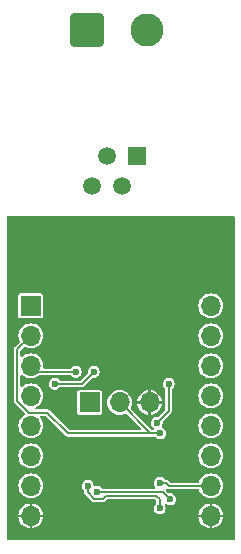
<source format=gbl>
G04 #@! TF.GenerationSoftware,KiCad,Pcbnew,8.0.8*
G04 #@! TF.CreationDate,2025-05-02T07:15:14-04:00*
G04 #@! TF.ProjectId,DevBoard1,44657642-6f61-4726-9431-2e6b69636164,rev?*
G04 #@! TF.SameCoordinates,Original*
G04 #@! TF.FileFunction,Copper,L2,Bot*
G04 #@! TF.FilePolarity,Positive*
%FSLAX46Y46*%
G04 Gerber Fmt 4.6, Leading zero omitted, Abs format (unit mm)*
G04 Created by KiCad (PCBNEW 8.0.8) date 2025-05-02 07:15:14*
%MOMM*%
%LPD*%
G01*
G04 APERTURE LIST*
G04 Aperture macros list*
%AMRoundRect*
0 Rectangle with rounded corners*
0 $1 Rounding radius*
0 $2 $3 $4 $5 $6 $7 $8 $9 X,Y pos of 4 corners*
0 Add a 4 corners polygon primitive as box body*
4,1,4,$2,$3,$4,$5,$6,$7,$8,$9,$2,$3,0*
0 Add four circle primitives for the rounded corners*
1,1,$1+$1,$2,$3*
1,1,$1+$1,$4,$5*
1,1,$1+$1,$6,$7*
1,1,$1+$1,$8,$9*
0 Add four rect primitives between the rounded corners*
20,1,$1+$1,$2,$3,$4,$5,0*
20,1,$1+$1,$4,$5,$6,$7,0*
20,1,$1+$1,$6,$7,$8,$9,0*
20,1,$1+$1,$8,$9,$2,$3,0*%
G04 Aperture macros list end*
G04 #@! TA.AperFunction,ComponentPad*
%ADD10R,1.500000X1.500000*%
G04 #@! TD*
G04 #@! TA.AperFunction,ComponentPad*
%ADD11C,1.500000*%
G04 #@! TD*
G04 #@! TA.AperFunction,ComponentPad*
%ADD12RoundRect,0.250001X-1.149999X-1.149999X1.149999X-1.149999X1.149999X1.149999X-1.149999X1.149999X0*%
G04 #@! TD*
G04 #@! TA.AperFunction,ComponentPad*
%ADD13C,2.800000*%
G04 #@! TD*
G04 #@! TA.AperFunction,ComponentPad*
%ADD14R,1.700000X1.700000*%
G04 #@! TD*
G04 #@! TA.AperFunction,ComponentPad*
%ADD15O,1.700000X1.700000*%
G04 #@! TD*
G04 #@! TA.AperFunction,ViaPad*
%ADD16C,0.600000*%
G04 #@! TD*
G04 #@! TA.AperFunction,Conductor*
%ADD17C,0.150000*%
G04 #@! TD*
G04 APERTURE END LIST*
D10*
X97922000Y-58420000D03*
D11*
X96652000Y-60960000D03*
X95382000Y-58420000D03*
X94112000Y-60960000D03*
D12*
X93704400Y-47752000D03*
D13*
X98704400Y-47752000D03*
D14*
X93878400Y-79298800D03*
D15*
X96418400Y-79298800D03*
X98958400Y-79298800D03*
D14*
X88900000Y-71120000D03*
D15*
X88900000Y-73660000D03*
X88900000Y-76200000D03*
X88900000Y-78740000D03*
X88900000Y-81280000D03*
X88900000Y-83820000D03*
X88900000Y-86360000D03*
X88900000Y-88900000D03*
X104140000Y-88900000D03*
X104140000Y-86360000D03*
X104140000Y-83820000D03*
X104140000Y-81280000D03*
X104140000Y-78740000D03*
X104140000Y-76200000D03*
X104140000Y-73660000D03*
X104140000Y-71120000D03*
D16*
X100584000Y-89154000D03*
X100076000Y-68580000D03*
X94996000Y-81026000D03*
X92710000Y-89154000D03*
X92026000Y-67183000D03*
X97249800Y-84709000D03*
X99882000Y-81915000D03*
X99822000Y-86106000D03*
X90932000Y-77724000D03*
X94234000Y-76708000D03*
X92710000Y-76708000D03*
X94488000Y-86868000D03*
X100711000Y-87503000D03*
X99822000Y-88265000D03*
X93726000Y-86360000D03*
X100584000Y-77724000D03*
X99568000Y-81026000D03*
D17*
X90315000Y-80155000D02*
X88724009Y-80155000D01*
X88724009Y-80155000D02*
X87757000Y-79187991D01*
X96418400Y-79298800D02*
X99034600Y-81915000D01*
X99034600Y-81915000D02*
X99882000Y-81915000D01*
X92075000Y-81915000D02*
X90315000Y-80155000D01*
X87757000Y-79187991D02*
X87757000Y-74803000D01*
X87757000Y-74803000D02*
X88900000Y-73660000D01*
X99882000Y-81915000D02*
X92075000Y-81915000D01*
X100330000Y-86106000D02*
X100584000Y-86360000D01*
X100584000Y-86360000D02*
X104140000Y-86360000D01*
X99822000Y-86106000D02*
X100330000Y-86106000D01*
X93218000Y-77724000D02*
X90932000Y-77724000D01*
X94234000Y-76708000D02*
X93218000Y-77724000D01*
X92710000Y-76708000D02*
X89408000Y-76708000D01*
X89408000Y-76708000D02*
X88900000Y-76200000D01*
X100076000Y-86868000D02*
X94488000Y-86868000D01*
X100711000Y-87503000D02*
X100076000Y-86868000D01*
X99822000Y-88265000D02*
X99822000Y-87503000D01*
X94249827Y-87443000D02*
X93726000Y-86919173D01*
X93726000Y-86919173D02*
X93726000Y-86360000D01*
X99537000Y-87218000D02*
X99314000Y-87218000D01*
X95025000Y-87443000D02*
X94249827Y-87443000D01*
X99314000Y-87218000D02*
X95250000Y-87218000D01*
X99822000Y-87503000D02*
X99537000Y-87218000D01*
X95250000Y-87218000D02*
X95025000Y-87443000D01*
X99568000Y-81026000D02*
X100584000Y-80010000D01*
X100584000Y-80010000D02*
X100584000Y-77724000D01*
G04 #@! TA.AperFunction,Conductor*
G36*
X106138691Y-63518907D02*
G01*
X106174655Y-63568407D01*
X106179500Y-63599000D01*
X106179500Y-90840500D01*
X106160593Y-90898691D01*
X106111093Y-90934655D01*
X106080500Y-90939500D01*
X86959500Y-90939500D01*
X86901309Y-90920593D01*
X86865345Y-90871093D01*
X86860500Y-90840500D01*
X86860500Y-88799999D01*
X87854767Y-88799999D01*
X87854768Y-88800000D01*
X88409157Y-88800000D01*
X88400000Y-88834174D01*
X88400000Y-88965826D01*
X88409157Y-89000000D01*
X87854767Y-89000000D01*
X87865190Y-89105831D01*
X87865191Y-89105836D01*
X87925232Y-89303762D01*
X87925234Y-89303767D01*
X88022724Y-89486160D01*
X88022731Y-89486170D01*
X88153940Y-89646050D01*
X88153949Y-89646059D01*
X88313829Y-89777268D01*
X88313839Y-89777275D01*
X88496232Y-89874765D01*
X88496237Y-89874767D01*
X88694166Y-89934808D01*
X88799998Y-89945231D01*
X88800000Y-89945230D01*
X88800000Y-89390842D01*
X88834174Y-89400000D01*
X88965826Y-89400000D01*
X89000000Y-89390842D01*
X89000000Y-89945230D01*
X89000001Y-89945231D01*
X89105833Y-89934808D01*
X89303762Y-89874767D01*
X89303767Y-89874765D01*
X89486160Y-89777275D01*
X89486170Y-89777268D01*
X89646050Y-89646059D01*
X89646059Y-89646050D01*
X89777268Y-89486170D01*
X89777275Y-89486160D01*
X89874765Y-89303767D01*
X89874767Y-89303762D01*
X89934808Y-89105836D01*
X89934809Y-89105831D01*
X89945232Y-89000000D01*
X89390843Y-89000000D01*
X89400000Y-88965826D01*
X89400000Y-88834174D01*
X89390843Y-88800000D01*
X89945232Y-88800000D01*
X89945232Y-88799999D01*
X103094767Y-88799999D01*
X103094768Y-88800000D01*
X103649157Y-88800000D01*
X103640000Y-88834174D01*
X103640000Y-88965826D01*
X103649157Y-89000000D01*
X103094767Y-89000000D01*
X103105190Y-89105831D01*
X103105191Y-89105836D01*
X103165232Y-89303762D01*
X103165234Y-89303767D01*
X103262724Y-89486160D01*
X103262731Y-89486170D01*
X103393940Y-89646050D01*
X103393949Y-89646059D01*
X103553829Y-89777268D01*
X103553839Y-89777275D01*
X103736232Y-89874765D01*
X103736237Y-89874767D01*
X103934166Y-89934808D01*
X104039998Y-89945231D01*
X104040000Y-89945230D01*
X104040000Y-89390842D01*
X104074174Y-89400000D01*
X104205826Y-89400000D01*
X104240000Y-89390842D01*
X104240000Y-89945230D01*
X104240001Y-89945231D01*
X104345833Y-89934808D01*
X104543762Y-89874767D01*
X104543767Y-89874765D01*
X104726160Y-89777275D01*
X104726170Y-89777268D01*
X104886050Y-89646059D01*
X104886059Y-89646050D01*
X105017268Y-89486170D01*
X105017275Y-89486160D01*
X105114765Y-89303767D01*
X105114767Y-89303762D01*
X105174808Y-89105836D01*
X105174809Y-89105831D01*
X105185232Y-89000000D01*
X104630843Y-89000000D01*
X104640000Y-88965826D01*
X104640000Y-88834174D01*
X104630843Y-88800000D01*
X105185232Y-88800000D01*
X105185232Y-88799999D01*
X105174809Y-88694168D01*
X105174808Y-88694163D01*
X105114767Y-88496237D01*
X105114765Y-88496232D01*
X105017275Y-88313839D01*
X105017268Y-88313829D01*
X104886059Y-88153949D01*
X104886050Y-88153940D01*
X104726170Y-88022731D01*
X104726160Y-88022724D01*
X104543767Y-87925234D01*
X104543762Y-87925232D01*
X104345836Y-87865191D01*
X104345831Y-87865190D01*
X104240000Y-87854767D01*
X104240000Y-88409157D01*
X104205826Y-88400000D01*
X104074174Y-88400000D01*
X104040000Y-88409157D01*
X104040000Y-87854767D01*
X104039999Y-87854767D01*
X103934168Y-87865190D01*
X103934163Y-87865191D01*
X103736237Y-87925232D01*
X103736232Y-87925234D01*
X103553839Y-88022724D01*
X103553829Y-88022731D01*
X103393949Y-88153940D01*
X103393940Y-88153949D01*
X103262731Y-88313829D01*
X103262724Y-88313839D01*
X103165234Y-88496232D01*
X103165232Y-88496237D01*
X103105191Y-88694163D01*
X103105190Y-88694168D01*
X103094767Y-88799999D01*
X89945232Y-88799999D01*
X89934809Y-88694168D01*
X89934808Y-88694163D01*
X89874767Y-88496237D01*
X89874765Y-88496232D01*
X89777275Y-88313839D01*
X89777268Y-88313829D01*
X89646059Y-88153949D01*
X89646050Y-88153940D01*
X89486170Y-88022731D01*
X89486160Y-88022724D01*
X89303767Y-87925234D01*
X89303762Y-87925232D01*
X89105836Y-87865191D01*
X89105831Y-87865190D01*
X89000000Y-87854767D01*
X89000000Y-88409157D01*
X88965826Y-88400000D01*
X88834174Y-88400000D01*
X88800000Y-88409157D01*
X88800000Y-87854767D01*
X88799999Y-87854767D01*
X88694168Y-87865190D01*
X88694163Y-87865191D01*
X88496237Y-87925232D01*
X88496232Y-87925234D01*
X88313839Y-88022724D01*
X88313829Y-88022731D01*
X88153949Y-88153940D01*
X88153940Y-88153949D01*
X88022731Y-88313829D01*
X88022724Y-88313839D01*
X87925234Y-88496232D01*
X87925232Y-88496237D01*
X87865191Y-88694163D01*
X87865190Y-88694168D01*
X87854767Y-88799999D01*
X86860500Y-88799999D01*
X86860500Y-86359996D01*
X87844417Y-86359996D01*
X87844417Y-86360003D01*
X87864698Y-86565929D01*
X87864699Y-86565934D01*
X87924768Y-86763954D01*
X88022316Y-86946452D01*
X88128002Y-87075231D01*
X88153590Y-87106410D01*
X88153595Y-87106414D01*
X88313547Y-87237683D01*
X88313548Y-87237683D01*
X88313550Y-87237685D01*
X88496046Y-87335232D01*
X88633997Y-87377078D01*
X88694065Y-87395300D01*
X88694070Y-87395301D01*
X88899997Y-87415583D01*
X88900000Y-87415583D01*
X88900003Y-87415583D01*
X89105929Y-87395301D01*
X89105934Y-87395300D01*
X89303954Y-87335232D01*
X89486450Y-87237685D01*
X89646410Y-87106410D01*
X89777685Y-86946450D01*
X89875232Y-86763954D01*
X89935300Y-86565934D01*
X89935301Y-86565929D01*
X89955583Y-86360003D01*
X89955583Y-86359997D01*
X93220353Y-86359997D01*
X93220353Y-86360002D01*
X93240834Y-86502456D01*
X93260092Y-86544624D01*
X93300623Y-86633373D01*
X93394872Y-86742143D01*
X93402963Y-86747343D01*
X93405022Y-86748666D01*
X93443754Y-86796032D01*
X93450500Y-86831951D01*
X93450500Y-86973973D01*
X93492443Y-87075231D01*
X94093768Y-87676557D01*
X94123422Y-87688839D01*
X94123424Y-87688841D01*
X94123425Y-87688841D01*
X94159226Y-87703670D01*
X94195027Y-87718500D01*
X94195028Y-87718500D01*
X95079799Y-87718500D01*
X95079800Y-87718500D01*
X95181058Y-87676557D01*
X95258557Y-87599058D01*
X95258556Y-87599058D01*
X95335121Y-87522493D01*
X95389638Y-87494718D01*
X95405122Y-87493500D01*
X99259200Y-87493500D01*
X99381877Y-87493500D01*
X99440068Y-87512407D01*
X99451881Y-87522496D01*
X99517504Y-87588119D01*
X99545281Y-87642636D01*
X99546500Y-87658123D01*
X99546500Y-87793049D01*
X99527593Y-87851240D01*
X99501024Y-87876333D01*
X99490872Y-87882857D01*
X99396622Y-87991628D01*
X99336834Y-88122543D01*
X99316353Y-88264997D01*
X99316353Y-88265002D01*
X99336834Y-88407456D01*
X99377380Y-88496237D01*
X99396623Y-88538373D01*
X99490872Y-88647143D01*
X99490873Y-88647144D01*
X99564044Y-88694168D01*
X99611947Y-88724953D01*
X99718403Y-88756211D01*
X99750035Y-88765499D01*
X99750036Y-88765499D01*
X99750039Y-88765500D01*
X99750041Y-88765500D01*
X99893959Y-88765500D01*
X99893961Y-88765500D01*
X100032053Y-88724953D01*
X100153128Y-88647143D01*
X100247377Y-88538373D01*
X100307165Y-88407457D01*
X100327647Y-88265000D01*
X100307165Y-88122543D01*
X100263567Y-88027079D01*
X100256593Y-87966295D01*
X100286679Y-87913017D01*
X100342335Y-87887599D01*
X100402302Y-87899750D01*
X100407144Y-87902670D01*
X100500942Y-87962950D01*
X100500947Y-87962953D01*
X100598603Y-87991627D01*
X100639035Y-88003499D01*
X100639036Y-88003499D01*
X100639039Y-88003500D01*
X100639041Y-88003500D01*
X100782959Y-88003500D01*
X100782961Y-88003500D01*
X100921053Y-87962953D01*
X101042128Y-87885143D01*
X101136377Y-87776373D01*
X101196165Y-87645457D01*
X101213844Y-87522494D01*
X101216647Y-87503002D01*
X101216647Y-87502997D01*
X101196165Y-87360543D01*
X101184605Y-87335231D01*
X101136377Y-87229627D01*
X101042128Y-87120857D01*
X101042127Y-87120856D01*
X101042126Y-87120855D01*
X100921057Y-87043049D01*
X100921054Y-87043047D01*
X100921053Y-87043047D01*
X100921050Y-87043046D01*
X100782964Y-87002500D01*
X100782961Y-87002500D01*
X100641123Y-87002500D01*
X100582932Y-86983593D01*
X100571120Y-86973504D01*
X100530375Y-86932759D01*
X100375682Y-86778067D01*
X100347905Y-86723551D01*
X100357476Y-86663119D01*
X100400741Y-86619854D01*
X100461173Y-86610283D01*
X100483572Y-86616600D01*
X100491428Y-86619854D01*
X100529200Y-86635500D01*
X103052379Y-86635500D01*
X103110570Y-86654407D01*
X103146534Y-86703907D01*
X103147106Y-86705732D01*
X103164768Y-86763954D01*
X103262316Y-86946452D01*
X103368002Y-87075231D01*
X103393590Y-87106410D01*
X103393595Y-87106414D01*
X103553547Y-87237683D01*
X103553548Y-87237683D01*
X103553550Y-87237685D01*
X103736046Y-87335232D01*
X103873997Y-87377078D01*
X103934065Y-87395300D01*
X103934070Y-87395301D01*
X104139997Y-87415583D01*
X104140000Y-87415583D01*
X104140003Y-87415583D01*
X104345929Y-87395301D01*
X104345934Y-87395300D01*
X104543954Y-87335232D01*
X104726450Y-87237685D01*
X104886410Y-87106410D01*
X105017685Y-86946450D01*
X105115232Y-86763954D01*
X105175300Y-86565934D01*
X105175301Y-86565929D01*
X105195583Y-86360003D01*
X105195583Y-86359996D01*
X105175301Y-86154070D01*
X105175300Y-86154065D01*
X105121848Y-85977857D01*
X105115232Y-85956046D01*
X105017685Y-85773550D01*
X104976903Y-85723857D01*
X104886414Y-85613595D01*
X104886410Y-85613590D01*
X104876552Y-85605500D01*
X104726452Y-85482316D01*
X104543954Y-85384768D01*
X104345934Y-85324699D01*
X104345929Y-85324698D01*
X104140003Y-85304417D01*
X104139997Y-85304417D01*
X103934070Y-85324698D01*
X103934065Y-85324699D01*
X103736045Y-85384768D01*
X103553547Y-85482316D01*
X103393595Y-85613585D01*
X103393585Y-85613595D01*
X103262316Y-85773547D01*
X103164768Y-85956045D01*
X103147116Y-86014238D01*
X103112131Y-86064435D01*
X103054323Y-86084481D01*
X103052379Y-86084500D01*
X100739123Y-86084500D01*
X100680932Y-86065593D01*
X100669120Y-86055504D01*
X100486057Y-85872441D01*
X100454812Y-85859500D01*
X100454811Y-85859500D01*
X100384800Y-85830500D01*
X100384799Y-85830500D01*
X100290746Y-85830500D01*
X100232555Y-85811593D01*
X100215928Y-85796333D01*
X100153128Y-85723857D01*
X100153127Y-85723856D01*
X100153126Y-85723855D01*
X100032057Y-85646049D01*
X100032054Y-85646047D01*
X100032053Y-85646047D01*
X100032050Y-85646046D01*
X99893964Y-85605500D01*
X99893961Y-85605500D01*
X99750039Y-85605500D01*
X99750035Y-85605500D01*
X99611949Y-85646046D01*
X99611942Y-85646049D01*
X99490873Y-85723855D01*
X99396622Y-85832628D01*
X99336834Y-85963543D01*
X99316353Y-86105997D01*
X99316353Y-86106002D01*
X99336834Y-86248456D01*
X99387776Y-86360002D01*
X99396623Y-86379373D01*
X99421468Y-86408046D01*
X99439338Y-86428669D01*
X99463155Y-86485029D01*
X99449296Y-86544624D01*
X99403055Y-86584692D01*
X99364518Y-86592500D01*
X94956746Y-86592500D01*
X94898555Y-86573593D01*
X94881928Y-86558333D01*
X94819128Y-86485857D01*
X94819127Y-86485856D01*
X94819126Y-86485855D01*
X94698057Y-86408049D01*
X94698054Y-86408047D01*
X94698053Y-86408047D01*
X94698050Y-86408046D01*
X94559964Y-86367500D01*
X94559961Y-86367500D01*
X94416039Y-86367500D01*
X94416037Y-86367500D01*
X94416033Y-86367501D01*
X94349773Y-86386956D01*
X94288613Y-86385208D01*
X94240161Y-86347845D01*
X94223891Y-86306054D01*
X94211165Y-86217544D01*
X94182178Y-86154070D01*
X94151377Y-86086627D01*
X94057128Y-85977857D01*
X94057127Y-85977856D01*
X94057126Y-85977855D01*
X93936057Y-85900049D01*
X93936054Y-85900047D01*
X93936053Y-85900047D01*
X93936050Y-85900046D01*
X93797964Y-85859500D01*
X93797961Y-85859500D01*
X93654039Y-85859500D01*
X93654035Y-85859500D01*
X93515949Y-85900046D01*
X93515942Y-85900049D01*
X93394873Y-85977855D01*
X93300622Y-86086628D01*
X93240834Y-86217543D01*
X93220353Y-86359997D01*
X89955583Y-86359997D01*
X89955583Y-86359996D01*
X89935301Y-86154070D01*
X89935300Y-86154065D01*
X89881848Y-85977857D01*
X89875232Y-85956046D01*
X89777685Y-85773550D01*
X89736903Y-85723857D01*
X89646414Y-85613595D01*
X89646410Y-85613590D01*
X89636552Y-85605500D01*
X89486452Y-85482316D01*
X89303954Y-85384768D01*
X89105934Y-85324699D01*
X89105929Y-85324698D01*
X88900003Y-85304417D01*
X88899997Y-85304417D01*
X88694070Y-85324698D01*
X88694065Y-85324699D01*
X88496045Y-85384768D01*
X88313547Y-85482316D01*
X88153595Y-85613585D01*
X88153585Y-85613595D01*
X88022316Y-85773547D01*
X87924768Y-85956045D01*
X87864699Y-86154065D01*
X87864698Y-86154070D01*
X87844417Y-86359996D01*
X86860500Y-86359996D01*
X86860500Y-83819996D01*
X87844417Y-83819996D01*
X87844417Y-83820003D01*
X87864698Y-84025929D01*
X87864699Y-84025934D01*
X87924768Y-84223954D01*
X88022316Y-84406452D01*
X88153585Y-84566404D01*
X88153590Y-84566410D01*
X88153595Y-84566414D01*
X88313547Y-84697683D01*
X88313548Y-84697683D01*
X88313550Y-84697685D01*
X88496046Y-84795232D01*
X88633997Y-84837078D01*
X88694065Y-84855300D01*
X88694070Y-84855301D01*
X88899997Y-84875583D01*
X88900000Y-84875583D01*
X88900003Y-84875583D01*
X89105929Y-84855301D01*
X89105934Y-84855300D01*
X89303954Y-84795232D01*
X89486450Y-84697685D01*
X89646410Y-84566410D01*
X89777685Y-84406450D01*
X89875232Y-84223954D01*
X89935300Y-84025934D01*
X89935301Y-84025929D01*
X89955583Y-83820003D01*
X89955583Y-83819996D01*
X103084417Y-83819996D01*
X103084417Y-83820003D01*
X103104698Y-84025929D01*
X103104699Y-84025934D01*
X103164768Y-84223954D01*
X103262316Y-84406452D01*
X103393585Y-84566404D01*
X103393590Y-84566410D01*
X103393595Y-84566414D01*
X103553547Y-84697683D01*
X103553548Y-84697683D01*
X103553550Y-84697685D01*
X103736046Y-84795232D01*
X103873997Y-84837078D01*
X103934065Y-84855300D01*
X103934070Y-84855301D01*
X104139997Y-84875583D01*
X104140000Y-84875583D01*
X104140003Y-84875583D01*
X104345929Y-84855301D01*
X104345934Y-84855300D01*
X104543954Y-84795232D01*
X104726450Y-84697685D01*
X104886410Y-84566410D01*
X105017685Y-84406450D01*
X105115232Y-84223954D01*
X105175300Y-84025934D01*
X105175301Y-84025929D01*
X105195583Y-83820003D01*
X105195583Y-83819996D01*
X105175301Y-83614070D01*
X105175300Y-83614065D01*
X105157078Y-83553997D01*
X105115232Y-83416046D01*
X105017685Y-83233550D01*
X104886410Y-83073590D01*
X104886404Y-83073585D01*
X104726452Y-82942316D01*
X104543954Y-82844768D01*
X104345934Y-82784699D01*
X104345929Y-82784698D01*
X104140003Y-82764417D01*
X104139997Y-82764417D01*
X103934070Y-82784698D01*
X103934065Y-82784699D01*
X103736045Y-82844768D01*
X103553547Y-82942316D01*
X103393595Y-83073585D01*
X103393585Y-83073595D01*
X103262316Y-83233547D01*
X103164768Y-83416045D01*
X103104699Y-83614065D01*
X103104698Y-83614070D01*
X103084417Y-83819996D01*
X89955583Y-83819996D01*
X89935301Y-83614070D01*
X89935300Y-83614065D01*
X89917078Y-83553997D01*
X89875232Y-83416046D01*
X89777685Y-83233550D01*
X89646410Y-83073590D01*
X89646404Y-83073585D01*
X89486452Y-82942316D01*
X89303954Y-82844768D01*
X89105934Y-82784699D01*
X89105929Y-82784698D01*
X88900003Y-82764417D01*
X88899997Y-82764417D01*
X88694070Y-82784698D01*
X88694065Y-82784699D01*
X88496045Y-82844768D01*
X88313547Y-82942316D01*
X88153595Y-83073585D01*
X88153585Y-83073595D01*
X88022316Y-83233547D01*
X87924768Y-83416045D01*
X87864699Y-83614065D01*
X87864698Y-83614070D01*
X87844417Y-83819996D01*
X86860500Y-83819996D01*
X86860500Y-74748200D01*
X87481500Y-74748200D01*
X87481500Y-79242790D01*
X87504700Y-79298800D01*
X87504699Y-79298800D01*
X87523441Y-79344045D01*
X87523443Y-79344049D01*
X88393912Y-80214519D01*
X88421689Y-80269035D01*
X88412118Y-80329467D01*
X88370578Y-80371831D01*
X88313553Y-80402313D01*
X88313552Y-80402313D01*
X88153595Y-80533585D01*
X88153585Y-80533595D01*
X88022316Y-80693547D01*
X87924768Y-80876045D01*
X87864699Y-81074065D01*
X87864698Y-81074070D01*
X87844417Y-81279996D01*
X87844417Y-81280003D01*
X87864698Y-81485929D01*
X87864699Y-81485934D01*
X87924768Y-81683954D01*
X88022316Y-81866452D01*
X88062160Y-81915002D01*
X88153590Y-82026410D01*
X88153595Y-82026414D01*
X88313547Y-82157683D01*
X88313548Y-82157683D01*
X88313550Y-82157685D01*
X88496046Y-82255232D01*
X88633997Y-82297078D01*
X88694065Y-82315300D01*
X88694070Y-82315301D01*
X88899997Y-82335583D01*
X88900000Y-82335583D01*
X88900003Y-82335583D01*
X89105929Y-82315301D01*
X89105934Y-82315300D01*
X89303954Y-82255232D01*
X89486450Y-82157685D01*
X89646410Y-82026410D01*
X89777685Y-81866450D01*
X89875232Y-81683954D01*
X89935300Y-81485934D01*
X89935301Y-81485929D01*
X89955583Y-81280003D01*
X89955583Y-81279996D01*
X89935301Y-81074070D01*
X89935300Y-81074065D01*
X89886538Y-80913318D01*
X89875232Y-80876046D01*
X89777685Y-80693550D01*
X89736903Y-80643857D01*
X89694596Y-80592305D01*
X89672296Y-80535328D01*
X89687745Y-80476125D01*
X89735042Y-80437310D01*
X89771124Y-80430500D01*
X90159877Y-80430500D01*
X90218068Y-80449407D01*
X90229881Y-80459496D01*
X91841443Y-82071058D01*
X91841442Y-82071058D01*
X91918938Y-82148553D01*
X91918942Y-82148557D01*
X92020200Y-82190500D01*
X98979800Y-82190500D01*
X99413254Y-82190500D01*
X99471445Y-82209407D01*
X99488071Y-82224666D01*
X99550872Y-82297143D01*
X99550873Y-82297144D01*
X99671942Y-82374950D01*
X99671947Y-82374953D01*
X99778403Y-82406211D01*
X99810035Y-82415499D01*
X99810036Y-82415499D01*
X99810039Y-82415500D01*
X99810041Y-82415500D01*
X99953959Y-82415500D01*
X99953961Y-82415500D01*
X100092053Y-82374953D01*
X100213128Y-82297143D01*
X100307377Y-82188373D01*
X100367165Y-82057457D01*
X100387647Y-81915000D01*
X100367165Y-81772543D01*
X100307377Y-81641627D01*
X100213128Y-81532857D01*
X100213127Y-81532856D01*
X100213126Y-81532855D01*
X100092057Y-81455049D01*
X100092047Y-81455044D01*
X100051767Y-81443217D01*
X100001261Y-81408681D01*
X99980700Y-81351054D01*
X99992979Y-81306974D01*
X99990436Y-81305813D01*
X100002226Y-81279996D01*
X103084417Y-81279996D01*
X103084417Y-81280003D01*
X103104698Y-81485929D01*
X103104699Y-81485934D01*
X103164768Y-81683954D01*
X103262316Y-81866452D01*
X103302160Y-81915002D01*
X103393590Y-82026410D01*
X103393595Y-82026414D01*
X103553547Y-82157683D01*
X103553548Y-82157683D01*
X103553550Y-82157685D01*
X103736046Y-82255232D01*
X103873997Y-82297078D01*
X103934065Y-82315300D01*
X103934070Y-82315301D01*
X104139997Y-82335583D01*
X104140000Y-82335583D01*
X104140003Y-82335583D01*
X104345929Y-82315301D01*
X104345934Y-82315300D01*
X104543954Y-82255232D01*
X104726450Y-82157685D01*
X104886410Y-82026410D01*
X105017685Y-81866450D01*
X105115232Y-81683954D01*
X105175300Y-81485934D01*
X105175301Y-81485929D01*
X105195583Y-81280003D01*
X105195583Y-81279996D01*
X105175301Y-81074070D01*
X105175300Y-81074065D01*
X105126538Y-80913318D01*
X105115232Y-80876046D01*
X105017685Y-80693550D01*
X104976903Y-80643857D01*
X104887836Y-80535328D01*
X104886410Y-80533590D01*
X104875067Y-80524281D01*
X104726452Y-80402316D01*
X104543954Y-80304768D01*
X104345934Y-80244699D01*
X104345929Y-80244698D01*
X104140003Y-80224417D01*
X104139997Y-80224417D01*
X103934070Y-80244698D01*
X103934065Y-80244699D01*
X103736045Y-80304768D01*
X103553547Y-80402316D01*
X103393595Y-80533585D01*
X103393585Y-80533595D01*
X103262316Y-80693547D01*
X103164768Y-80876045D01*
X103104699Y-81074065D01*
X103104698Y-81074070D01*
X103084417Y-81279996D01*
X100002226Y-81279996D01*
X100053165Y-81168456D01*
X100073647Y-81026002D01*
X100073647Y-81026000D01*
X100073647Y-81025997D01*
X100066113Y-80973603D01*
X100076545Y-80913318D01*
X100094098Y-80889515D01*
X100817557Y-80166058D01*
X100859500Y-80064800D01*
X100859500Y-78739996D01*
X103084417Y-78739996D01*
X103084417Y-78740003D01*
X103104698Y-78945929D01*
X103104699Y-78945934D01*
X103164768Y-79143954D01*
X103262316Y-79326452D01*
X103393585Y-79486404D01*
X103393590Y-79486410D01*
X103415799Y-79504636D01*
X103553547Y-79617683D01*
X103553548Y-79617683D01*
X103553550Y-79617685D01*
X103736046Y-79715232D01*
X103850356Y-79749907D01*
X103934065Y-79775300D01*
X103934070Y-79775301D01*
X104139997Y-79795583D01*
X104140000Y-79795583D01*
X104140003Y-79795583D01*
X104345929Y-79775301D01*
X104345934Y-79775300D01*
X104543954Y-79715232D01*
X104726450Y-79617685D01*
X104886410Y-79486410D01*
X105017685Y-79326450D01*
X105115232Y-79143954D01*
X105175300Y-78945934D01*
X105175301Y-78945929D01*
X105195583Y-78740003D01*
X105195583Y-78739996D01*
X105175301Y-78534070D01*
X105175300Y-78534065D01*
X105125703Y-78370566D01*
X105115232Y-78336046D01*
X105017685Y-78153550D01*
X104978779Y-78106143D01*
X104886414Y-77993595D01*
X104886410Y-77993590D01*
X104886404Y-77993585D01*
X104726452Y-77862316D01*
X104543954Y-77764768D01*
X104345934Y-77704699D01*
X104345929Y-77704698D01*
X104140003Y-77684417D01*
X104139997Y-77684417D01*
X103934070Y-77704698D01*
X103934065Y-77704699D01*
X103736045Y-77764768D01*
X103553547Y-77862316D01*
X103393595Y-77993585D01*
X103393585Y-77993595D01*
X103262316Y-78153547D01*
X103164768Y-78336045D01*
X103104699Y-78534065D01*
X103104698Y-78534070D01*
X103084417Y-78739996D01*
X100859500Y-78739996D01*
X100859500Y-78195951D01*
X100878407Y-78137760D01*
X100904978Y-78112666D01*
X100906123Y-78111929D01*
X100915128Y-78106143D01*
X101009377Y-77997373D01*
X101069165Y-77866457D01*
X101089647Y-77724000D01*
X101069165Y-77581543D01*
X101009377Y-77450627D01*
X100915128Y-77341857D01*
X100915127Y-77341856D01*
X100915126Y-77341855D01*
X100794057Y-77264049D01*
X100794054Y-77264047D01*
X100794053Y-77264047D01*
X100794050Y-77264046D01*
X100655964Y-77223500D01*
X100655961Y-77223500D01*
X100512039Y-77223500D01*
X100512035Y-77223500D01*
X100373949Y-77264046D01*
X100373942Y-77264049D01*
X100252873Y-77341855D01*
X100158622Y-77450628D01*
X100098834Y-77581543D01*
X100078353Y-77723997D01*
X100078353Y-77724002D01*
X100098834Y-77866456D01*
X100144764Y-77967027D01*
X100158623Y-77997373D01*
X100252872Y-78106143D01*
X100260963Y-78111343D01*
X100263022Y-78112666D01*
X100301754Y-78160032D01*
X100308500Y-78195951D01*
X100308500Y-79854876D01*
X100289593Y-79913067D01*
X100279504Y-79924880D01*
X99707880Y-80496504D01*
X99653363Y-80524281D01*
X99637876Y-80525500D01*
X99496035Y-80525500D01*
X99357949Y-80566046D01*
X99357942Y-80566049D01*
X99236873Y-80643855D01*
X99142622Y-80752628D01*
X99082834Y-80883543D01*
X99062353Y-81025997D01*
X99062353Y-81026002D01*
X99082834Y-81168456D01*
X99133777Y-81280003D01*
X99142623Y-81299373D01*
X99236872Y-81408143D01*
X99236873Y-81408144D01*
X99313231Y-81457216D01*
X99351962Y-81504582D01*
X99355456Y-81565667D01*
X99322376Y-81617140D01*
X99265360Y-81639339D01*
X99259708Y-81639500D01*
X99189724Y-81639500D01*
X99131533Y-81620593D01*
X99119720Y-81610504D01*
X97382271Y-79873056D01*
X97354494Y-79818539D01*
X97364065Y-79758107D01*
X97364919Y-79756470D01*
X97393632Y-79702754D01*
X97453700Y-79504734D01*
X97453701Y-79504729D01*
X97473983Y-79298799D01*
X97473983Y-79298796D01*
X97464134Y-79198799D01*
X97913167Y-79198799D01*
X97913168Y-79198800D01*
X98467557Y-79198800D01*
X98458400Y-79232974D01*
X98458400Y-79364626D01*
X98467557Y-79398800D01*
X97913167Y-79398800D01*
X97923590Y-79504631D01*
X97923591Y-79504636D01*
X97983632Y-79702562D01*
X97983634Y-79702567D01*
X98081124Y-79884960D01*
X98081131Y-79884970D01*
X98212340Y-80044850D01*
X98212349Y-80044859D01*
X98372229Y-80176068D01*
X98372239Y-80176075D01*
X98554632Y-80273565D01*
X98554637Y-80273567D01*
X98752566Y-80333608D01*
X98858398Y-80344031D01*
X98858400Y-80344030D01*
X98858400Y-79789642D01*
X98892574Y-79798800D01*
X99024226Y-79798800D01*
X99058400Y-79789642D01*
X99058400Y-80344030D01*
X99058401Y-80344031D01*
X99164233Y-80333608D01*
X99362162Y-80273567D01*
X99362167Y-80273565D01*
X99544560Y-80176075D01*
X99544570Y-80176068D01*
X99704450Y-80044859D01*
X99704459Y-80044850D01*
X99835668Y-79884970D01*
X99835675Y-79884960D01*
X99933165Y-79702567D01*
X99933167Y-79702562D01*
X99993208Y-79504636D01*
X99993209Y-79504631D01*
X100003632Y-79398800D01*
X99449243Y-79398800D01*
X99458400Y-79364626D01*
X99458400Y-79232974D01*
X99449243Y-79198800D01*
X100003632Y-79198800D01*
X100003632Y-79198799D01*
X99993209Y-79092968D01*
X99993208Y-79092963D01*
X99933167Y-78895037D01*
X99933165Y-78895032D01*
X99835675Y-78712639D01*
X99835668Y-78712629D01*
X99704459Y-78552749D01*
X99704450Y-78552740D01*
X99544570Y-78421531D01*
X99544560Y-78421524D01*
X99362167Y-78324034D01*
X99362162Y-78324032D01*
X99164236Y-78263991D01*
X99164231Y-78263990D01*
X99058400Y-78253567D01*
X99058400Y-78807957D01*
X99024226Y-78798800D01*
X98892574Y-78798800D01*
X98858400Y-78807957D01*
X98858400Y-78253567D01*
X98858399Y-78253567D01*
X98752568Y-78263990D01*
X98752563Y-78263991D01*
X98554637Y-78324032D01*
X98554632Y-78324034D01*
X98372239Y-78421524D01*
X98372229Y-78421531D01*
X98212349Y-78552740D01*
X98212340Y-78552749D01*
X98081131Y-78712629D01*
X98081124Y-78712639D01*
X97983634Y-78895032D01*
X97983632Y-78895037D01*
X97923591Y-79092963D01*
X97923590Y-79092968D01*
X97913167Y-79198799D01*
X97464134Y-79198799D01*
X97453701Y-79092870D01*
X97453700Y-79092865D01*
X97409129Y-78945934D01*
X97393632Y-78894846D01*
X97296085Y-78712350D01*
X97164810Y-78552390D01*
X97014523Y-78429053D01*
X97004852Y-78421116D01*
X96822354Y-78323568D01*
X96624334Y-78263499D01*
X96624329Y-78263498D01*
X96418403Y-78243217D01*
X96418397Y-78243217D01*
X96212470Y-78263498D01*
X96212465Y-78263499D01*
X96014445Y-78323568D01*
X95831947Y-78421116D01*
X95671995Y-78552385D01*
X95671985Y-78552395D01*
X95540716Y-78712347D01*
X95443168Y-78894845D01*
X95383099Y-79092865D01*
X95383098Y-79092870D01*
X95362817Y-79298796D01*
X95362817Y-79298799D01*
X95383098Y-79504729D01*
X95383099Y-79504734D01*
X95443168Y-79702754D01*
X95540716Y-79885252D01*
X95671702Y-80044859D01*
X95671990Y-80045210D01*
X95671995Y-80045214D01*
X95831947Y-80176483D01*
X95831948Y-80176483D01*
X95831950Y-80176485D01*
X96014446Y-80274032D01*
X96129415Y-80308907D01*
X96212465Y-80334100D01*
X96212470Y-80334101D01*
X96418397Y-80354383D01*
X96418400Y-80354383D01*
X96418403Y-80354383D01*
X96624329Y-80334101D01*
X96624334Y-80334100D01*
X96707385Y-80308907D01*
X96822354Y-80274032D01*
X96875984Y-80245365D01*
X96936213Y-80234608D01*
X96991266Y-80261308D01*
X96992656Y-80262671D01*
X98200480Y-81470496D01*
X98228257Y-81525013D01*
X98218686Y-81585445D01*
X98175421Y-81628710D01*
X98130476Y-81639500D01*
X92230123Y-81639500D01*
X92171932Y-81620593D01*
X92160119Y-81610504D01*
X91425660Y-80876045D01*
X90471058Y-79921443D01*
X90369800Y-79879500D01*
X90369799Y-79879500D01*
X89391860Y-79879500D01*
X89333669Y-79860593D01*
X89297705Y-79811093D01*
X89297705Y-79749907D01*
X89333669Y-79700407D01*
X89345191Y-79693190D01*
X89486450Y-79617685D01*
X89646410Y-79486410D01*
X89777685Y-79326450D01*
X89875232Y-79143954D01*
X89935300Y-78945934D01*
X89935301Y-78945929D01*
X89955583Y-78740003D01*
X89955583Y-78739996D01*
X89935301Y-78534070D01*
X89935300Y-78534065D01*
X89903445Y-78429053D01*
X92827900Y-78429053D01*
X92827900Y-80168546D01*
X92827901Y-80168558D01*
X92839532Y-80227027D01*
X92839534Y-80227033D01*
X92883845Y-80293348D01*
X92883848Y-80293352D01*
X92950169Y-80337667D01*
X92994631Y-80346511D01*
X93008641Y-80349298D01*
X93008646Y-80349298D01*
X93008652Y-80349300D01*
X93008653Y-80349300D01*
X94748147Y-80349300D01*
X94748148Y-80349300D01*
X94806631Y-80337667D01*
X94872952Y-80293352D01*
X94917267Y-80227031D01*
X94928900Y-80168548D01*
X94928900Y-78429052D01*
X94927321Y-78421116D01*
X94926111Y-78415031D01*
X94917267Y-78370569D01*
X94872952Y-78304248D01*
X94872948Y-78304245D01*
X94806633Y-78259934D01*
X94806631Y-78259933D01*
X94806628Y-78259932D01*
X94806627Y-78259932D01*
X94748158Y-78248301D01*
X94748148Y-78248300D01*
X93008652Y-78248300D01*
X93008651Y-78248300D01*
X93008641Y-78248301D01*
X92950172Y-78259932D01*
X92950166Y-78259934D01*
X92883851Y-78304245D01*
X92883845Y-78304251D01*
X92839534Y-78370566D01*
X92839532Y-78370572D01*
X92827901Y-78429041D01*
X92827900Y-78429053D01*
X89903445Y-78429053D01*
X89885703Y-78370566D01*
X89875232Y-78336046D01*
X89777685Y-78153550D01*
X89738779Y-78106143D01*
X89646414Y-77993595D01*
X89646410Y-77993590D01*
X89646404Y-77993585D01*
X89486452Y-77862316D01*
X89303954Y-77764768D01*
X89169551Y-77723997D01*
X90426353Y-77723997D01*
X90426353Y-77724002D01*
X90446834Y-77866456D01*
X90492764Y-77967027D01*
X90506623Y-77997373D01*
X90600872Y-78106143D01*
X90600873Y-78106144D01*
X90684725Y-78160032D01*
X90721947Y-78183953D01*
X90828403Y-78215211D01*
X90860035Y-78224499D01*
X90860036Y-78224499D01*
X90860039Y-78224500D01*
X90860041Y-78224500D01*
X91003959Y-78224500D01*
X91003961Y-78224500D01*
X91142053Y-78183953D01*
X91263128Y-78106143D01*
X91325927Y-78033668D01*
X91378322Y-78002073D01*
X91400746Y-77999500D01*
X93272799Y-77999500D01*
X93272800Y-77999500D01*
X93374058Y-77957557D01*
X93451557Y-77880058D01*
X94094118Y-77237495D01*
X94148635Y-77209719D01*
X94164122Y-77208500D01*
X94305959Y-77208500D01*
X94305961Y-77208500D01*
X94444053Y-77167953D01*
X94565128Y-77090143D01*
X94659377Y-76981373D01*
X94719165Y-76850457D01*
X94739647Y-76708000D01*
X94719165Y-76565543D01*
X94659377Y-76434627D01*
X94565128Y-76325857D01*
X94565127Y-76325856D01*
X94565126Y-76325855D01*
X94444057Y-76248049D01*
X94444054Y-76248047D01*
X94444053Y-76248047D01*
X94444050Y-76248046D01*
X94305964Y-76207500D01*
X94305961Y-76207500D01*
X94162039Y-76207500D01*
X94162035Y-76207500D01*
X94023949Y-76248046D01*
X94023942Y-76248049D01*
X93902873Y-76325855D01*
X93808622Y-76434628D01*
X93748834Y-76565543D01*
X93728353Y-76707997D01*
X93728353Y-76708003D01*
X93735885Y-76760394D01*
X93725451Y-76820683D01*
X93707897Y-76844485D01*
X93132881Y-77419503D01*
X93078364Y-77447281D01*
X93062877Y-77448500D01*
X91400746Y-77448500D01*
X91342555Y-77429593D01*
X91325928Y-77414333D01*
X91263128Y-77341857D01*
X91263127Y-77341856D01*
X91263126Y-77341855D01*
X91142057Y-77264049D01*
X91142054Y-77264047D01*
X91142053Y-77264047D01*
X91142050Y-77264046D01*
X91003964Y-77223500D01*
X91003961Y-77223500D01*
X90860039Y-77223500D01*
X90860035Y-77223500D01*
X90721949Y-77264046D01*
X90721942Y-77264049D01*
X90600873Y-77341855D01*
X90506622Y-77450628D01*
X90446834Y-77581543D01*
X90426353Y-77723997D01*
X89169551Y-77723997D01*
X89105934Y-77704699D01*
X89105929Y-77704698D01*
X88900003Y-77684417D01*
X88899997Y-77684417D01*
X88694070Y-77704698D01*
X88694065Y-77704699D01*
X88496045Y-77764768D01*
X88313547Y-77862316D01*
X88313547Y-77862317D01*
X88194305Y-77960176D01*
X88137328Y-77982476D01*
X88078125Y-77967027D01*
X88039310Y-77919730D01*
X88032500Y-77883648D01*
X88032500Y-77056351D01*
X88051407Y-76998160D01*
X88100907Y-76962196D01*
X88162093Y-76962196D01*
X88194302Y-76979821D01*
X88226167Y-77005972D01*
X88313547Y-77077683D01*
X88313548Y-77077683D01*
X88313550Y-77077685D01*
X88496046Y-77175232D01*
X88609736Y-77209719D01*
X88694065Y-77235300D01*
X88694070Y-77235301D01*
X88899997Y-77255583D01*
X88900000Y-77255583D01*
X88900003Y-77255583D01*
X89105929Y-77235301D01*
X89105934Y-77235300D01*
X89303954Y-77175232D01*
X89486450Y-77077685D01*
X89535904Y-77037099D01*
X89573834Y-77005972D01*
X89630811Y-76983672D01*
X89636638Y-76983500D01*
X92241254Y-76983500D01*
X92299445Y-77002407D01*
X92316071Y-77017666D01*
X92368077Y-77077685D01*
X92378873Y-77090144D01*
X92499942Y-77167950D01*
X92499947Y-77167953D01*
X92606403Y-77199211D01*
X92638035Y-77208499D01*
X92638036Y-77208499D01*
X92638039Y-77208500D01*
X92638041Y-77208500D01*
X92781959Y-77208500D01*
X92781961Y-77208500D01*
X92920053Y-77167953D01*
X93041128Y-77090143D01*
X93135377Y-76981373D01*
X93195165Y-76850457D01*
X93215647Y-76708000D01*
X93195165Y-76565543D01*
X93135377Y-76434627D01*
X93041128Y-76325857D01*
X93041127Y-76325856D01*
X93041126Y-76325855D01*
X92920057Y-76248049D01*
X92920054Y-76248047D01*
X92920053Y-76248047D01*
X92920050Y-76248046D01*
X92781964Y-76207500D01*
X92781961Y-76207500D01*
X92638039Y-76207500D01*
X92638035Y-76207500D01*
X92499949Y-76248046D01*
X92499942Y-76248049D01*
X92378873Y-76325855D01*
X92345741Y-76364093D01*
X92316072Y-76398331D01*
X92263678Y-76429927D01*
X92241254Y-76432500D01*
X90041914Y-76432500D01*
X89983723Y-76413593D01*
X89947759Y-76364093D01*
X89943391Y-76323797D01*
X89955583Y-76200004D01*
X89955583Y-76199996D01*
X103084417Y-76199996D01*
X103084417Y-76200003D01*
X103104698Y-76405929D01*
X103104699Y-76405934D01*
X103164768Y-76603954D01*
X103262316Y-76786452D01*
X103393585Y-76946404D01*
X103393590Y-76946410D01*
X103393595Y-76946414D01*
X103553547Y-77077683D01*
X103553548Y-77077683D01*
X103553550Y-77077685D01*
X103736046Y-77175232D01*
X103849736Y-77209719D01*
X103934065Y-77235300D01*
X103934070Y-77235301D01*
X104139997Y-77255583D01*
X104140000Y-77255583D01*
X104140003Y-77255583D01*
X104345929Y-77235301D01*
X104345934Y-77235300D01*
X104543954Y-77175232D01*
X104726450Y-77077685D01*
X104886410Y-76946410D01*
X105017685Y-76786450D01*
X105115232Y-76603954D01*
X105175300Y-76405934D01*
X105175301Y-76405929D01*
X105195583Y-76200003D01*
X105195583Y-76199996D01*
X105175301Y-75994070D01*
X105175300Y-75994065D01*
X105157078Y-75933997D01*
X105115232Y-75796046D01*
X105017685Y-75613550D01*
X104886410Y-75453590D01*
X104886404Y-75453585D01*
X104726452Y-75322316D01*
X104543954Y-75224768D01*
X104345934Y-75164699D01*
X104345929Y-75164698D01*
X104140003Y-75144417D01*
X104139997Y-75144417D01*
X103934070Y-75164698D01*
X103934065Y-75164699D01*
X103736045Y-75224768D01*
X103553547Y-75322316D01*
X103393595Y-75453585D01*
X103393585Y-75453595D01*
X103262316Y-75613547D01*
X103164768Y-75796045D01*
X103104699Y-75994065D01*
X103104698Y-75994070D01*
X103084417Y-76199996D01*
X89955583Y-76199996D01*
X89935301Y-75994070D01*
X89935300Y-75994065D01*
X89917078Y-75933997D01*
X89875232Y-75796046D01*
X89777685Y-75613550D01*
X89646410Y-75453590D01*
X89646404Y-75453585D01*
X89486452Y-75322316D01*
X89303954Y-75224768D01*
X89105934Y-75164699D01*
X89105929Y-75164698D01*
X88900003Y-75144417D01*
X88899997Y-75144417D01*
X88694070Y-75164698D01*
X88694065Y-75164699D01*
X88496045Y-75224768D01*
X88313547Y-75322316D01*
X88313547Y-75322317D01*
X88194305Y-75420176D01*
X88137328Y-75442476D01*
X88078125Y-75427027D01*
X88039310Y-75379730D01*
X88032500Y-75343648D01*
X88032500Y-74958121D01*
X88051407Y-74899930D01*
X88061490Y-74888124D01*
X88325743Y-74623870D01*
X88380258Y-74596094D01*
X88440690Y-74605665D01*
X88442413Y-74606565D01*
X88496040Y-74635229D01*
X88496046Y-74635232D01*
X88633997Y-74677078D01*
X88694065Y-74695300D01*
X88694070Y-74695301D01*
X88899997Y-74715583D01*
X88900000Y-74715583D01*
X88900003Y-74715583D01*
X89105929Y-74695301D01*
X89105934Y-74695300D01*
X89303954Y-74635232D01*
X89486450Y-74537685D01*
X89646410Y-74406410D01*
X89777685Y-74246450D01*
X89875232Y-74063954D01*
X89935300Y-73865934D01*
X89935301Y-73865929D01*
X89955583Y-73660003D01*
X89955583Y-73659996D01*
X103084417Y-73659996D01*
X103084417Y-73660003D01*
X103104698Y-73865929D01*
X103104699Y-73865934D01*
X103164768Y-74063954D01*
X103262316Y-74246452D01*
X103393585Y-74406404D01*
X103393590Y-74406410D01*
X103393595Y-74406414D01*
X103553547Y-74537683D01*
X103553548Y-74537683D01*
X103553550Y-74537685D01*
X103736046Y-74635232D01*
X103873997Y-74677078D01*
X103934065Y-74695300D01*
X103934070Y-74695301D01*
X104139997Y-74715583D01*
X104140000Y-74715583D01*
X104140003Y-74715583D01*
X104345929Y-74695301D01*
X104345934Y-74695300D01*
X104543954Y-74635232D01*
X104726450Y-74537685D01*
X104886410Y-74406410D01*
X105017685Y-74246450D01*
X105115232Y-74063954D01*
X105175300Y-73865934D01*
X105175301Y-73865929D01*
X105195583Y-73660003D01*
X105195583Y-73659996D01*
X105175301Y-73454070D01*
X105175300Y-73454065D01*
X105157078Y-73393997D01*
X105115232Y-73256046D01*
X105017685Y-73073550D01*
X104886410Y-72913590D01*
X104886404Y-72913585D01*
X104726452Y-72782316D01*
X104543954Y-72684768D01*
X104345934Y-72624699D01*
X104345929Y-72624698D01*
X104140003Y-72604417D01*
X104139997Y-72604417D01*
X103934070Y-72624698D01*
X103934065Y-72624699D01*
X103736045Y-72684768D01*
X103553547Y-72782316D01*
X103393595Y-72913585D01*
X103393585Y-72913595D01*
X103262316Y-73073547D01*
X103164768Y-73256045D01*
X103104699Y-73454065D01*
X103104698Y-73454070D01*
X103084417Y-73659996D01*
X89955583Y-73659996D01*
X89935301Y-73454070D01*
X89935300Y-73454065D01*
X89917078Y-73393997D01*
X89875232Y-73256046D01*
X89777685Y-73073550D01*
X89646410Y-72913590D01*
X89646404Y-72913585D01*
X89486452Y-72782316D01*
X89303954Y-72684768D01*
X89105934Y-72624699D01*
X89105929Y-72624698D01*
X88900003Y-72604417D01*
X88899997Y-72604417D01*
X88694070Y-72624698D01*
X88694065Y-72624699D01*
X88496045Y-72684768D01*
X88313547Y-72782316D01*
X88153595Y-72913585D01*
X88153585Y-72913595D01*
X88022316Y-73073547D01*
X87924768Y-73256045D01*
X87864699Y-73454065D01*
X87864698Y-73454070D01*
X87844417Y-73659996D01*
X87844417Y-73660003D01*
X87864698Y-73865929D01*
X87864699Y-73865934D01*
X87924768Y-74063954D01*
X87924770Y-74063959D01*
X87953434Y-74117585D01*
X87964190Y-74177817D01*
X87937489Y-74232869D01*
X87936171Y-74234212D01*
X87600942Y-74569443D01*
X87600941Y-74569442D01*
X87523446Y-74646938D01*
X87523444Y-74646940D01*
X87523443Y-74646942D01*
X87523443Y-74646943D01*
X87481500Y-74748200D01*
X86860500Y-74748200D01*
X86860500Y-70250253D01*
X87849500Y-70250253D01*
X87849500Y-71989746D01*
X87849501Y-71989758D01*
X87861132Y-72048227D01*
X87861134Y-72048233D01*
X87905445Y-72114548D01*
X87905448Y-72114552D01*
X87971769Y-72158867D01*
X88016231Y-72167711D01*
X88030241Y-72170498D01*
X88030246Y-72170498D01*
X88030252Y-72170500D01*
X88030253Y-72170500D01*
X89769747Y-72170500D01*
X89769748Y-72170500D01*
X89828231Y-72158867D01*
X89894552Y-72114552D01*
X89938867Y-72048231D01*
X89950500Y-71989748D01*
X89950500Y-71119996D01*
X103084417Y-71119996D01*
X103084417Y-71120003D01*
X103104698Y-71325929D01*
X103104699Y-71325934D01*
X103164768Y-71523954D01*
X103262316Y-71706452D01*
X103393585Y-71866404D01*
X103393590Y-71866410D01*
X103393595Y-71866414D01*
X103553547Y-71997683D01*
X103553548Y-71997683D01*
X103553550Y-71997685D01*
X103736046Y-72095232D01*
X103873997Y-72137078D01*
X103934065Y-72155300D01*
X103934070Y-72155301D01*
X104139997Y-72175583D01*
X104140000Y-72175583D01*
X104140003Y-72175583D01*
X104345929Y-72155301D01*
X104345934Y-72155300D01*
X104543954Y-72095232D01*
X104726450Y-71997685D01*
X104886410Y-71866410D01*
X105017685Y-71706450D01*
X105115232Y-71523954D01*
X105175300Y-71325934D01*
X105175301Y-71325929D01*
X105195583Y-71120003D01*
X105195583Y-71119996D01*
X105175301Y-70914070D01*
X105175300Y-70914065D01*
X105157078Y-70853997D01*
X105115232Y-70716046D01*
X105017685Y-70533550D01*
X104886410Y-70373590D01*
X104736123Y-70250253D01*
X104726452Y-70242316D01*
X104543954Y-70144768D01*
X104345934Y-70084699D01*
X104345929Y-70084698D01*
X104140003Y-70064417D01*
X104139997Y-70064417D01*
X103934070Y-70084698D01*
X103934065Y-70084699D01*
X103736045Y-70144768D01*
X103553547Y-70242316D01*
X103393595Y-70373585D01*
X103393585Y-70373595D01*
X103262316Y-70533547D01*
X103164768Y-70716045D01*
X103104699Y-70914065D01*
X103104698Y-70914070D01*
X103084417Y-71119996D01*
X89950500Y-71119996D01*
X89950500Y-70250252D01*
X89948921Y-70242316D01*
X89947711Y-70236231D01*
X89938867Y-70191769D01*
X89894552Y-70125448D01*
X89894548Y-70125445D01*
X89828233Y-70081134D01*
X89828231Y-70081133D01*
X89828228Y-70081132D01*
X89828227Y-70081132D01*
X89769758Y-70069501D01*
X89769748Y-70069500D01*
X88030252Y-70069500D01*
X88030251Y-70069500D01*
X88030241Y-70069501D01*
X87971772Y-70081132D01*
X87971766Y-70081134D01*
X87905451Y-70125445D01*
X87905445Y-70125451D01*
X87861134Y-70191766D01*
X87861132Y-70191772D01*
X87849501Y-70250241D01*
X87849500Y-70250253D01*
X86860500Y-70250253D01*
X86860500Y-63599000D01*
X86879407Y-63540809D01*
X86928907Y-63504845D01*
X86959500Y-63500000D01*
X106080500Y-63500000D01*
X106138691Y-63518907D01*
G37*
G04 #@! TD.AperFunction*
M02*

</source>
